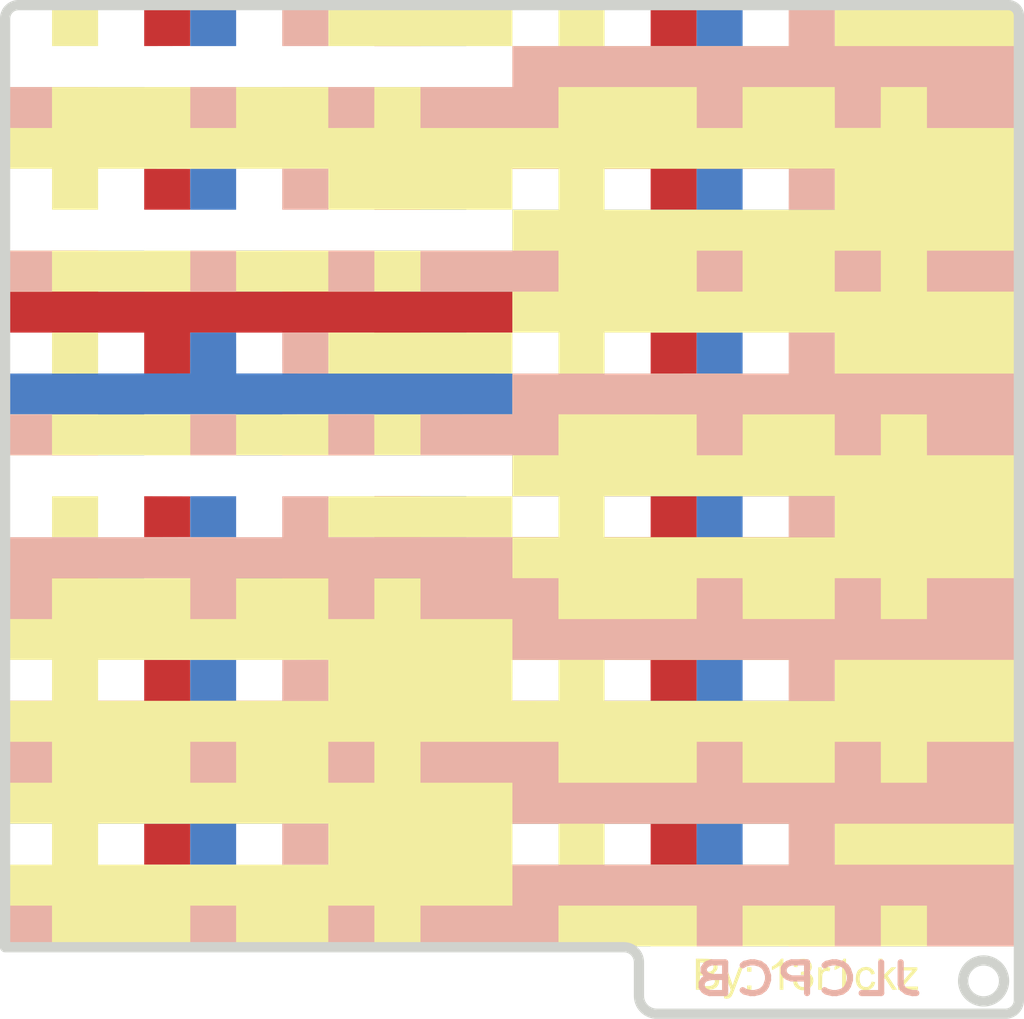
<source format=kicad_pcb>
(kicad_pcb (version 20211014) (generator pcbnew)
  (layers (0 "F.Cu" signal) (31 "B.Cu" signal) (36 "B.SilkS" user "B.Silkscreen") (37 "F.SilkS" user "F.Silkscreen") (38 "B.Mask" user) (39 "F.Mask" user) (44 "Edge.Cuts" user))
  (net 0 "")
  (footprint "Graphics" (layer "F.Cu") (at 75.085 60.591)
    (fp_text reference "" (at 0 0) (layer "F.SilkS") (effects (font (size 1.27 1.27))))
    (fp_text value "" (at 0 0) (layer "F.SilkS") (effects (font (size 1.27 1.27))))
  )
  (footprint "Graphics" (layer "F.Cu") (at 75.085 60.591)
    (fp_text reference "" (at 0 0) (layer "F.SilkS") (effects (font (size 1.27 1.27))))
    (fp_text value "" (at 0 0) (layer "F.SilkS") (effects (font (size 1.27 1.27))))
    (fp_poly (pts (xy 18.075 81.935) (xy 18.07 83.93) (xy 15.825 83.935) (xy 13.58 83.94) (xy 13.58 81.94) (xy 13.58 79.94) (xy 15.83 79.94) (xy 18.08 79.94)) (layer "F.Cu") (width 0) (fill solid))
    (fp_poly (pts (xy 99 25.98) (xy 99 27.98) (xy 85.51 27.98) (xy 72.02 27.98) (xy 72.02 25.98) (xy 72.02 23.98) (xy 85.51 23.98) (xy 99 23.98)) (layer "F.Cu") (width 0) (fill solid))
    (fp_poly (pts (xy 9.08 41.96) (xy 9.08 43.96) (xy 6.83 43.96) (xy 4.58 43.96) (xy 4.58 41.96) (xy 4.58 39.96) (xy 6.83 39.96) (xy 9.08 39.96)) (layer "F.Cu") (width 0) (fill solid))
    (fp_poly (pts (xy 49.54 10) (xy 49.54 12) (xy 51.79 12) (xy 54.04 12) (xy 54.04 10) (xy 54.04 8) (xy 56.29 8) (xy 58.54 8) (xy 58.54 10) (xy 58.54 12) (xy 65.28 12) (xy 72.02 12) (xy 72.02 10) (xy 72.02 8) (xy 85.51 8) (xy 99 8) (xy 99 11.99) (xy 99 15.98) (xy 94.51 15.98) (xy 90.02 15.98) (xy 90.02 17.98) (xy 90.02 19.98) (xy 87.77 19.98) (xy 85.52 19.98) (xy 85.52 17.98) (xy 85.52 15.98) (xy 76.53 15.98) (xy 67.54 15.98) (xy 67.54 17.98) (xy 67.54 19.98) (xy 65.29 19.98) (xy 63.04 19.98) (xy 63.04 17.98) (xy 63.04 15.98) (xy 56.29 15.98) (xy 49.54 15.98) (xy 49.54 13.99) (xy 49.54 12) (xy 47.295 12) (xy 46.942 12) (xy 46.44 12) (xy 45.802 12) (xy 45.038 11.999) (xy 44.161 11.999) (xy 43.182 11.999) (xy 42.112 11.998) (xy 40.964 11.998) (xy 39.749 11.997) (xy 38.478 11.997) (xy 37.163 11.996) (xy 35.815 11.996) (xy 34.447 11.995) (xy 33.81 11.995) (xy 22.57 11.99) (xy 22.565 9.995) (xy 22.56 8) (xy 36.05 8) (xy 49.54 8)) (layer "F.Cu") (width 0) (fill solid))
    (fp_poly (pts (xy 67.535 1.995) (xy 67.53 3.99) (xy 65.285 3.995) (xy 63.04 4) (xy 63.04 2) (xy 63.04 0) (xy 65.29 0) (xy 67.54 0)) (layer "F.Cu") (width 0) (fill solid))
    (fp_poly (pts (xy 9.08 57.96) (xy 9.08 59.96) (xy 6.83 59.96) (xy 4.58 59.96) (xy 4.58 57.96) (xy 4.58 55.96) (xy 6.83 55.96) (xy 9.08 55.96)) (layer "F.Cu") (width 0) (fill solid))
    (fp_poly (pts (xy 90.015 33.975) (xy 90.01 35.97) (xy 87.765 35.975) (xy 85.52 35.98) (xy 85.52 33.98) (xy 85.52 31.98) (xy 87.77 31.98) (xy 90.02 31.98)) (layer "F.Cu") (width 0) (fill solid))
    (fp_poly (pts (xy 9.075 9.995) (xy 9.07 11.99) (xy 6.838 11.995) (xy 6.259 11.996) (xy 5.734 11.996) (xy 5.285 11.995) (xy 4.932 11.993) (xy 4.695 11.99) (xy 4.595 11.987) (xy 4.593 11.987) (xy 4.59 11.907) (xy 4.586 11.688) (xy 4.584 11.353) (xy 4.582 10.923) (xy 4.58 10.419) (xy 4.58 9.987) (xy 4.58 8) (xy 6.83 8) (xy 9.08 8)) (layer "F.Cu") (width 0) (fill solid))
    (fp_poly (pts (xy 15.825 47.965) (xy 18.07 47.97) (xy 18.07 49.96) (xy 18.07 51.95) (xy 15.825 51.955) (xy 13.58 51.96) (xy 13.58 49.96) (xy 13.58 47.96)) (layer "F.Cu") (width 0) (fill solid))
    (fp_poly (pts (xy 18.075 1.995) (xy 18.07 3.99) (xy 15.825 3.995) (xy 13.58 4) (xy 13.58 2) (xy 13.58 0) (xy 15.83 0) (xy 18.08 0)) (layer "F.Cu") (width 0) (fill solid))
    (fp_poly (pts (xy 58.54 41.96) (xy 58.54 43.96) (xy 65.28 43.96) (xy 72.02 43.96) (xy 72.025 41.965) (xy 72.03 39.97) (xy 85.515 39.965) (xy 99 39.96) (xy 99 43.96) (xy 99 47.96) (xy 94.51 47.96) (xy 90.02 47.96) (xy 90.02 49.96) (xy 90.02 51.96) (xy 94.51 51.96) (xy 99 51.96) (xy 99 57.95) (xy 99 63.94) (xy 94.51 63.94) (xy 90.02 63.94) (xy 90.02 65.94) (xy 90.02 67.94) (xy 94.51 67.94) (xy 99 67.94) (xy 99 73.94) (xy 99 79.94) (xy 94.51 79.94) (xy 90.02 79.94) (xy 90.02 81.94) (xy 90.02 83.94) (xy 94.51 83.94) (xy 99 83.94) (xy 99 87.93) (xy 99 91.92) (xy 85.51 91.92) (xy 72.02 91.92) (xy 72.02 89.93) (xy 72.02 87.94) (xy 65.28 87.94) (xy 58.54 87.94) (xy 58.54 89.93) (xy 58.54 91.92) (xy 56.29 91.92) (xy 54.04 91.92) (xy 54.04 89.93) (xy 54.04 87.94) (xy 51.795 87.935) (xy 49.55 87.93) (xy 49.545 85.935) (xy 49.54 83.94) (xy 56.29 83.94) (xy 63.04 83.94) (xy 63.04 81.94) (xy 63.04 79.94) (xy 67.54 79.94) (xy 67.54 81.94) (xy 67.54 83.94) (xy 76.53 83.94) (xy 85.52 83.94) (xy 85.52 81.94) (xy 85.52 79.94) (xy 76.53 79.94) (xy 67.54 79.94) (xy 63.04 79.94) (xy 56.29 79.94) (xy 49.54 79.94) (xy 49.54 77.94) (xy 49.54 75.94) (xy 36.05 75.94) (xy 22.56 75.94) (xy 22.56 73.94) (xy 22.56 71.94) (xy 49.54 71.94) (xy 49.54 73.94) (xy 49.54 75.94) (xy 51.79 75.94) (xy 54.04 75.94) (xy 54.04 73.94) (xy 54.04 71.94) (xy 58.54 71.94) (xy 58.54 73.94) (xy 58.54 75.94) (xy 65.28 75.94) (xy 72.02 75.94) (xy 72.02 73.94) (xy 72.02 71.94) (xy 65.28 71.94) (xy 58.54 71.94) (xy 54.04 71.94) (xy 51.79 71.94) (xy 49.54 71.94) (xy 22.56 71.94) (xy 15.82 71.94) (xy 9.08 71.94) (xy 9.08 73.94) (xy 9.08 75.94) (xy 6.83 75.94) (xy 4.58 75.94) (xy 4.58 73.94) (xy 4.58 71.94) (xy 2.33 71.94) (xy 0.08 71.94) (xy 0.08 69.94) (xy 0.08 67.94) (xy 6.83 67.94) (xy 13.58 67.94) (xy 13.58 65.94) (xy 13.58 63.94) (xy 15.825 63.945) (xy 18.07 63.95) (xy 18.075 65.945) (xy 18.08 67.94) (xy 27.07 67.94) (xy 36.06 67.94) (xy 36.06 65.94) (xy 36.06 63.94) (xy 38.305 63.945) (xy 40.55 63.95) (xy 40.555 65.945) (xy 40.56 67.94) (xy 51.8 67.94) (xy 63.04 67.94) (xy 63.035 65.945) (xy 63.03 63.95) (xy 56.285 63.945) (xy 49.567 63.94) (xy 67.54 63.94) (xy 67.54 65.94) (xy 67.54 67.94) (xy 76.53 67.94) (xy 85.52 67.94) (xy 85.515 65.945) (xy 85.51 63.95) (xy 76.525 63.945) (xy 67.54 63.94) (xy 49.567 63.94) (xy 49.54 63.94) (xy 49.54 61.95) (xy 49.54 59.96) (xy 36.055 59.955) (xy 22.57 59.95) (xy 22.565 57.955) (xy 22.56 55.96) (xy 36.05 55.96) (xy 49.54 55.96) (xy 49.54 57.96) (xy 49.54 59.96) (xy 51.79 59.96) (xy 54.04 59.96) (xy 54.04 57.96) (xy 54.04 55.96) (xy 58.54 55.96) (xy 58.54 57.96) (xy 58.54 59.96) (xy 65.28 59.96) (xy 72.02 59.96) (xy 72.02 57.96) (xy 72.02 55.96) (xy 65.28 55.96) (xy 58.54 55.96) (xy 54.04 55.96) (xy 51.79 55.96) (xy 49.54 55.96) (xy 49.54 53.96) (xy 49.54 51.96) (xy 56.29 51.96) (xy 63.04 51.96) (xy 63.04 49.96) (xy 63.04 47.96) (xy 67.54 47.96) (xy 67.54 49.96) (xy 67.54 51.96) (xy 76.53 51.96) (xy 85.52 51.96) (xy 85.52 49.96) (xy 85.52 47.96) (xy 76.53 47.96) (xy 67.54 47.96) (xy 63.04 47.96) (xy 56.29 47.96) (xy 49.54 47.96) (xy 49.54 45.96) (xy 49.54 43.96) (xy 36.05 43.96) (xy 22.56 43.96) (xy 22.565 41.965) (xy 22.57 39.97) (xy 36.055 39.965) (xy 49.54 39.96) (xy 49.54 41.96) (xy 49.54 43.96) (xy 51.79 43.96) (xy 54.04 43.96) (xy 54.04 41.96) (xy 54.04 39.96) (xy 56.29 39.96) (xy 58.54 39.96)) (layer "F.Cu") (width 0) (fill solid))
    (fp_poly (pts (xy 90.02 2) (xy 90.02 4) (xy 87.77 4) (xy 85.52 4) (xy 85.52 2) (xy 85.52 0) (xy 87.77 0) (xy 90.02 0)) (layer "F.Cu") (width 0) (fill solid))
    (fp_poly (pts (xy 49.54 89.93) (xy 49.54 91.92) (xy 36.05 91.92) (xy 22.56 91.92) (xy 22.56 89.93) (xy 22.56 87.94) (xy 36.05 87.94) (xy 49.54 87.94)) (layer "F.Cu") (width 0) (fill solid))
    (fp_poly (pts (xy 58.54 25.98) (xy 58.54 27.98) (xy 56.29 27.98) (xy 54.04 27.98) (xy 54.04 25.98) (xy 54.04 23.98) (xy 56.29 23.98) (xy 58.54 23.98)) (layer "F.Cu") (width 0) (fill solid))
    (fp_poly (pts (xy 9.08 25.98) (xy 9.08 27.98) (xy 15.82 27.98) (xy 22.56 27.98) (xy 22.56 25.98) (xy 22.56 23.98) (xy 36.05 23.98) (xy 49.54 23.98) (xy 49.54 27.98) (xy 49.54 31.98) (xy 45.05 31.98) (xy 40.56 31.98) (xy 40.555 33.975) (xy 40.55 35.97) (xy 38.305 35.975) (xy 36.06 35.98) (xy 36.06 33.98) (xy 36.06 31.98) (xy 27.07 31.98) (xy 18.08 31.98) (xy 18.075 33.975) (xy 18.07 35.97) (xy 15.825 35.975) (xy 13.58 35.98) (xy 13.58 33.98) (xy 13.58 31.98) (xy 6.83 31.98) (xy 0.08 31.98) (xy 0.08 29.98) (xy 0.08 27.98) (xy 2.33 27.98) (xy 4.58 27.98) (xy 4.58 25.98) (xy 4.58 23.98) (xy 6.83 23.98) (xy 9.08 23.98)) (layer "F.Cu") (width 0) (fill solid))
    (fp_poly (pts (xy 40.56 2) (xy 40.56 4) (xy 38.31 4) (xy 36.06 4) (xy 36.06 2) (xy 36.06 0) (xy 38.31 0) (xy 40.56 0)) (layer "F.Cu") (width 0) (fill solid))
    (fp_poly (pts (xy 40.555 81.935) (xy 40.55 83.93) (xy 38.305 83.935) (xy 36.06 83.94) (xy 36.06 81.94) (xy 36.06 79.94) (xy 38.31 79.94) (xy 40.56 79.94)) (layer "F.Cu") (width 0) (fill solid))
    (fp_poly (pts (xy 38.305 15.985) (xy 40.55 15.99) (xy 40.555 17.985) (xy 40.56 19.98) (xy 38.31 19.98) (xy 36.06 19.98) (xy 36.06 17.98) (xy 36.06 15.98)) (layer "F.Cu") (width 0) (fill solid))
    (fp_poly (pts (xy 9.08 89.93) (xy 9.08 91.92) (xy 6.83 91.92) (xy 4.58 91.92) (xy 4.58 89.93) (xy 4.58 87.94) (xy 6.83 87.94) (xy 9.08 87.94)) (layer "F.Cu") (width 0) (fill solid))
    (fp_poly (pts (xy 15.825 15.985) (xy 18.07 15.99) (xy 18.075 17.985) (xy 18.08 19.98) (xy 15.83 19.98) (xy 13.58 19.98) (xy 13.58 17.98) (xy 13.58 15.98)) (layer "F.Cu") (width 0) (fill solid))
    (fp_poly (pts (xy 40.56 49.96) (xy 40.56 51.96) (xy 38.31 51.96) (xy 36.06 51.96) (xy 36.06 49.96) (xy 36.06 47.96) (xy 38.31 47.96) (xy 40.56 47.96)) (layer "F.Cu") (width 0) (fill solid))
    (fp_poly (pts (xy 67.535 33.975) (xy 67.53 35.97) (xy 65.285 35.975) (xy 63.04 35.98) (xy 63.04 33.98) (xy 63.04 31.98) (xy 65.29 31.98) (xy 67.54 31.98)) (layer "F.Cu") (width 0) (fill solid))
  )
  (footprint "Graphics" (layer "F.Cu") (at 75.085 60.591)
    (fp_text reference "" (at 0 0) (layer "F.SilkS") (effects (font (size 1.27 1.27))))
    (fp_text value "" (at 0 0) (layer "F.SilkS") (effects (font (size 1.27 1.27))))
  )
  (footprint "Graphics" (layer "F.Cu") (at 75.085 60.591)
    (fp_text reference "" (at 0 0) (layer "F.SilkS") (effects (font (size 1.27 1.27))))
    (fp_text value "" (at 0 0) (layer "F.SilkS") (effects (font (size 1.27 1.27))))
  )
  (footprint "Graphics" (layer "F.Cu") (at 75.085 60.591)
    (fp_text reference "" (at 0 0) (layer "F.SilkS") (effects (font (size 1.27 1.27))))
    (fp_text value "" (at 0 0) (layer "F.SilkS") (effects (font (size 1.27 1.27))))
  )
  (footprint "Graphics" (layer "B.Cu") (at 75.085 60.591)
    (fp_text reference "" (at 0 0) (layer "F.SilkS") (effects (font (size 1.27 1.27))))
    (fp_text value "" (at 0 0) (layer "F.SilkS") (effects (font (size 1.27 1.27))))
    (fp_poly (pts (xy 92.265 15.985) (xy 94.51 15.99) (xy 94.515 17.985) (xy 94.52 19.98) (xy 96.76 19.98) (xy 99 19.98) (xy 99 23.98) (xy 99 27.98) (xy 92.26 27.98) (xy 85.52 27.98) (xy 85.52 25.98) (xy 85.52 23.98) (xy 81.02 23.98) (xy 76.52 23.98) (xy 76.52 25.98) (xy 76.52 27.98) (xy 74.27 27.98) (xy 72.02 27.98) (xy 72.02 25.98) (xy 72.02 23.98) (xy 67.53 23.98) (xy 63.04 23.98) (xy 63.04 25.98) (xy 63.04 27.98) (xy 60.79 27.98) (xy 58.54 27.98) (xy 58.54 25.98) (xy 58.54 23.98) (xy 54.04 23.98) (xy 49.54 23.98) (xy 49.54 25.98) (xy 49.54 27.98) (xy 42.8 27.98) (xy 36.06 27.98) (xy 36.06 25.98) (xy 36.06 23.98) (xy 42.8 23.98) (xy 49.54 23.98) (xy 49.54 21.98) (xy 49.54 19.98) (xy 58.54 19.98) (xy 67.54 19.98) (xy 67.54 17.98) (xy 67.54 15.98) (xy 69.78 15.98) (xy 72.02 15.98) (xy 72.02 17.98) (xy 72.02 19.98) (xy 81.02 19.98) (xy 90.02 19.98) (xy 90.02 17.98) (xy 90.02 15.98)) (layer "B.Cu") (width 0) (fill solid))
    (fp_poly (pts (xy 45.04 49.96) (xy 45.04 51.96) (xy 42.8 51.96) (xy 40.56 51.96) (xy 40.56 49.96) (xy 40.56 47.96) (xy 42.8 47.96) (xy 45.04 47.96)) (layer "B.Cu") (width 0) (fill solid))
    (fp_poly (pts (xy 13.575 57.955) (xy 13.57 59.95) (xy 11.325 59.955) (xy 9.08 59.96) (xy 9.08 57.96) (xy 9.08 55.96) (xy 11.33 55.96) (xy 13.58 55.96)) (layer "B.Cu") (width 0) (fill solid))
    (fp_poly (pts (xy 27.06 89.93) (xy 27.06 91.92) (xy 24.81 91.92) (xy 22.56 91.92) (xy 22.56 89.93) (xy 22.56 87.94) (xy 24.81 87.94) (xy 27.06 87.94)) (layer "B.Cu") (width 0) (fill solid))
    (fp_poly (pts (xy 22.565 33.975) (xy 22.57 35.97) (xy 31.56 35.97) (xy 40.55 35.97) (xy 40.555 33.975) (xy 40.56 31.98) (xy 42.8 31.98) (xy 45.04 31.98) (xy 45.045 33.975) (xy 45.05 35.97) (xy 47.295 35.975) (xy 49.54 35.98) (xy 49.54 39.97) (xy 49.54 43.96) (xy 54.04 43.96) (xy 58.54 43.96) (xy 58.54 41.96) (xy 58.54 39.96) (xy 60.785 39.965) (xy 63.03 39.97) (xy 63.035 41.965) (xy 63.04 43.96) (xy 67.53 43.96) (xy 72.02 43.96) (xy 72.025 41.965) (xy 72.03 39.97) (xy 74.275 39.965) (xy 76.52 39.96) (xy 76.52 41.96) (xy 76.52 43.96) (xy 81.02 43.96) (xy 85.52 43.96) (xy 85.52 41.96) (xy 85.52 39.96) (xy 92.26 39.96) (xy 99 39.96) (xy 99 43.96) (xy 99 47.96) (xy 96.76 47.96) (xy 94.52 47.96) (xy 94.52 49.96) (xy 94.52 51.96) (xy 92.27 51.96) (xy 90.02 51.96) (xy 90.02 49.96) (xy 90.02 47.96) (xy 81.02 47.96) (xy 72.02 47.96) (xy 72.02 49.96) (xy 72.02 51.96) (xy 69.78 51.96) (xy 67.54 51.96) (xy 67.54 49.96) (xy 67.54 47.96) (xy 58.54 47.96) (xy 49.54 47.96) (xy 49.54 45.96) (xy 49.54 43.96) (xy 42.8 43.96) (xy 36.06 43.96) (xy 36.06 41.96) (xy 36.06 39.96) (xy 31.56 39.96) (xy 27.06 39.96) (xy 27.06 41.96) (xy 27.06 43.96) (xy 24.81 43.96) (xy 22.56 43.96) (xy 22.56 41.96) (xy 22.56 39.96) (xy 18.07 39.96) (xy 13.58 39.96) (xy 13.58 41.96) (xy 13.58 43.96) (xy 11.33 43.96) (xy 9.08 43.96) (xy 9.08 41.96) (xy 9.08 39.96) (xy 4.58 39.96) (xy 0.08 39.96) (xy 0.08 37.97) (xy 0.08 35.98) (xy 9.075 35.975) (xy 18.07 35.97) (xy 18.075 33.975) (xy 18.08 31.98) (xy 20.32 31.98) (xy 22.56 31.98)) (layer "B.Cu") (width 0) (fill solid))
    (fp_poly (pts (xy 13.58 89.93) (xy 13.58 91.92) (xy 11.33 91.92) (xy 9.08 91.92) (xy 9.08 89.93) (xy 9.08 87.94) (xy 11.33 87.94) (xy 13.58 87.94)) (layer "B.Cu") (width 0) (fill solid))
    (fp_poly (pts (xy 45.04 2) (xy 45.04 4) (xy 42.8 4) (xy 40.56 4) (xy 40.56 2) (xy 40.56 0) (xy 42.8 0) (xy 45.04 0)) (layer "B.Cu") (width 0) (fill solid))
    (fp_poly (pts (xy 99 10) (xy 99 12) (xy 92.26 12) (xy 85.52 12) (xy 85.52 10) (xy 85.52 8) (xy 92.26 8) (xy 99 8)) (layer "B.Cu") (width 0) (fill solid))
    (fp_poly (pts (xy 63.035 57.955) (xy 63.03 59.95) (xy 60.785 59.955) (xy 58.54 59.96) (xy 58.54 57.96) (xy 58.54 55.96) (xy 60.79 55.96) (xy 63.04 55.96)) (layer "B.Cu") (width 0) (fill solid))
    (fp_poly (pts (xy 49.54 57.96) (xy 49.54 59.96) (xy 42.8 59.96) (xy 36.06 59.96) (xy 36.06 57.96) (xy 36.06 55.96) (xy 42.8 55.96) (xy 49.54 55.96)) (layer "B.Cu") (width 0) (fill solid))
    (fp_poly (pts (xy 45.04 65.94) (xy 45.04 67.94) (xy 42.8 67.94) (xy 40.56 67.94) (xy 40.56 65.94) (xy 40.56 63.94) (xy 42.8 63.94) (xy 45.04 63.94)) (layer "B.Cu") (width 0) (fill solid))
    (fp_poly (pts (xy 27.06 10) (xy 27.06 12) (xy 24.823 12) (xy 24.243 12) (xy 23.718 11.998) (xy 23.268 11.996) (xy 22.914 11.994) (xy 22.676 11.991) (xy 22.575 11.987) (xy 22.573 11.987) (xy 22.57 11.906) (xy 22.566 11.688) (xy 22.564 11.353) (xy 22.562 10.923) (xy 22.56 10.419) (xy 22.56 9.987) (xy 22.56 8) (xy 24.81 8) (xy 27.06 8)) (layer "B.Cu") (width 0) (fill solid))
    (fp_poly (pts (xy 92.265 63.945) (xy 94.51 63.95) (xy 94.515 65.945) (xy 94.52 67.94) (xy 96.76 67.94) (xy 99 67.94) (xy 99 73.94) (xy 99 79.94) (xy 96.76 79.94) (xy 94.52 79.94) (xy 94.52 81.94) (xy 94.52 83.94) (xy 96.76 83.94) (xy 99 83.94) (xy 99 87.93) (xy 99 91.92) (xy 92.26 91.92) (xy 85.52 91.92) (xy 85.52 89.93) (xy 85.52 87.94) (xy 81.02 87.94) (xy 76.52 87.94) (xy 76.52 89.93) (xy 76.52 91.92) (xy 74.27 91.92) (xy 72.02 91.92) (xy 72.02 89.93) (xy 72.02 87.94) (xy 67.53 87.94) (xy 63.04 87.94) (xy 63.04 89.93) (xy 63.04 91.92) (xy 60.79 91.92) (xy 58.54 91.92) (xy 58.54 89.93) (xy 58.54 87.94) (xy 54.045 87.935) (xy 49.55 87.93) (xy 49.545 85.935) (xy 49.54 83.94) (xy 58.535 83.935) (xy 67.53 83.93) (xy 67.535 81.935) (xy 67.54 79.94) (xy 72.02 79.94) (xy 72.02 81.927) (xy 72.021 82.472) (xy 72.022 82.962) (xy 72.024 83.373) (xy 72.027 83.685) (xy 72.03 83.876) (xy 72.033 83.927) (xy 72.113 83.928) (xy 72.343 83.93) (xy 72.713 83.932) (xy 73.212 83.933) (xy 73.831 83.935) (xy 74.56 83.936) (xy 75.387 83.937) (xy 76.304 83.938) (xy 77.299 83.939) (xy 78.364 83.939) (xy 79.487 83.94) (xy 80.659 83.94) (xy 81.033 83.94) (xy 90.02 83.94) (xy 90.02 81.94) (xy 90.02 79.94) (xy 81.02 79.94) (xy 72.02 79.94) (xy 67.54 79.94) (xy 56.29 79.94) (xy 45.04 79.94) (xy 45.04 81.94) (xy 45.04 83.94) (xy 42.8 83.94) (xy 40.56 83.94) (xy 40.56 81.94) (xy 40.56 79.94) (xy 31.56 79.94) (xy 22.56 79.94) (xy 22.56 81.94) (xy 22.56 83.94) (xy 20.32 83.94) (xy 18.08 83.94) (xy 18.08 81.94) (xy 18.08 79.94) (xy 9.08 79.94) (xy 0.08 79.94) (xy 0.08 77.94) (xy 0.08 75.94) (xy 4.58 75.94) (xy 9.08 75.94) (xy 9.08 73.94) (xy 9.08 71.94) (xy 11.33 71.94) (xy 13.58 71.94) (xy 13.58 73.94) (xy 13.58 75.94) (xy 18.07 75.94) (xy 22.56 75.94) (xy 22.56 73.94) (xy 22.56 71.94) (xy 24.81 71.94) (xy 27.06 71.94) (xy 27.06 73.94) (xy 27.06 75.94) (xy 31.56 75.94) (xy 36.06 75.94) (xy 36.06 73.94) (xy 36.06 71.94) (xy 42.8 71.94) (xy 49.54 71.94) (xy 49.54 73.94) (xy 49.54 75.94) (xy 54.04 75.94) (xy 58.54 75.94) (xy 58.54 73.94) (xy 58.54 71.94) (xy 63.04 71.94) (xy 63.04 73.94) (xy 63.04 75.94) (xy 67.53 75.94) (xy 72.02 75.94) (xy 72.02 73.94) (xy 72.02 71.94) (xy 76.52 71.94) (xy 76.52 73.94) (xy 76.52 75.94) (xy 81.02 75.94) (xy 85.52 75.94) (xy 85.52 73.94) (xy 85.52 71.94) (xy 81.02 71.94) (xy 76.52 71.94) (xy 72.02 71.94) (xy 67.53 71.94) (xy 63.04 71.94) (xy 58.54 71.94) (xy 54.04 71.94) (xy 49.54 71.94) (xy 49.545 69.945) (xy 49.55 67.95) (xy 58.545 67.945) (xy 67.54 67.94) (xy 67.54 65.94) (xy 67.54 63.94) (xy 69.78 63.94) (xy 72.02 63.94) (xy 72.02 65.94) (xy 72.02 67.94) (xy 81.02 67.94) (xy 90.02 67.94) (xy 90.02 65.94) (xy 90.02 63.94)) (layer "B.Cu") (width 0) (fill solid))
    (fp_poly (pts (xy 22.56 17.98) (xy 22.56 19.98) (xy 20.32 19.98) (xy 18.08 19.98) (xy 18.08 17.98) (xy 18.08 15.98) (xy 20.32 15.98) (xy 22.56 15.98)) (layer "B.Cu") (width 0) (fill solid))
    (fp_poly (pts (xy 76.52 57.96) (xy 76.52 59.96) (xy 74.283 59.96) (xy 73.703 59.96) (xy 73.178 59.958) (xy 72.728 59.956) (xy 72.374 59.954) (xy 72.136 59.951) (xy 72.035 59.947) (xy 72.033 59.947) (xy 72.03 59.866) (xy 72.026 59.648) (xy 72.024 59.313) (xy 72.022 58.883) (xy 72.02 58.379) (xy 72.02 57.947) (xy 72.02 55.96) (xy 74.27 55.96) (xy 76.52 55.96)) (layer "B.Cu") (width 0) (fill solid))
    (fp_poly (pts (xy 94.515 1.995) (xy 94.51 3.99) (xy 92.265 3.995) (xy 90.02 4) (xy 90.02 2) (xy 90.02 0) (xy 92.27 0) (xy 94.52 0)) (layer "B.Cu") (width 0) (fill solid))
    (fp_poly (pts (xy 22.56 49.96) (xy 22.56 51.96) (xy 20.32 51.96) (xy 18.08 51.96) (xy 18.08 49.96) (xy 18.08 47.96) (xy 20.32 47.96) (xy 22.56 47.96)) (layer "B.Cu") (width 0) (fill solid))
    (fp_poly (pts (xy 22.56 65.94) (xy 22.56 67.94) (xy 20.32 67.94) (xy 18.08 67.94) (xy 18.08 65.94) (xy 18.08 63.94) (xy 20.32 63.94) (xy 22.56 63.94)) (layer "B.Cu") (width 0) (fill solid))
    (fp_poly (pts (xy 72.02 33.98) (xy 72.02 35.98) (xy 69.78 35.98) (xy 67.54 35.98) (xy 67.54 33.98) (xy 67.54 31.98) (xy 69.78 31.98) (xy 72.02 31.98)) (layer "B.Cu") (width 0) (fill solid))
    (fp_poly (pts (xy 49.54 10) (xy 49.54 12) (xy 42.8 12) (xy 36.06 12) (xy 36.06 10) (xy 36.06 8) (xy 42.8 8) (xy 49.54 8)) (layer "B.Cu") (width 0) (fill solid))
    (fp_poly (pts (xy 63.035 9.995) (xy 63.03 11.99) (xy 60.785 11.995) (xy 58.54 12) (xy 58.54 10) (xy 58.54 8) (xy 60.79 8) (xy 63.04 8)) (layer "B.Cu") (width 0) (fill solid))
    (fp_poly (pts (xy 13.58 25.98) (xy 13.58 27.98) (xy 11.33 27.98) (xy 9.08 27.98) (xy 9.08 25.98) (xy 9.08 23.98) (xy 11.33 23.98) (xy 13.58 23.98)) (layer "B.Cu") (width 0) (fill solid))
    (fp_poly (pts (xy 99 57.96) (xy 99 59.96) (xy 92.26 59.96) (xy 85.52 59.96) (xy 85.52 57.96) (xy 85.52 55.96) (xy 92.26 55.96) (xy 99 55.96)) (layer "B.Cu") (width 0) (fill solid))
    (fp_poly (pts (xy 72.02 2) (xy 72.02 4) (xy 69.78 4) (xy 67.54 4) (xy 67.54 2) (xy 67.54 0) (xy 69.78 0) (xy 72.02 0)) (layer "B.Cu") (width 0) (fill solid))
    (fp_poly (pts (xy 49.54 89.93) (xy 49.54 91.92) (xy 42.8 91.92) (xy 36.06 91.92) (xy 36.06 89.93) (xy 36.06 87.94) (xy 42.8 87.94) (xy 49.54 87.94)) (layer "B.Cu") (width 0) (fill solid))
    (fp_poly (pts (xy 94.515 33.975) (xy 94.51 35.97) (xy 92.265 35.975) (xy 90.02 35.98) (xy 90.02 33.98) (xy 90.02 31.98) (xy 92.27 31.98) (xy 94.52 31.98)) (layer "B.Cu") (width 0) (fill solid))
    (fp_poly (pts (xy 27.06 57.96) (xy 27.06 59.96) (xy 24.823 59.96) (xy 24.243 59.96) (xy 23.718 59.958) (xy 23.268 59.956) (xy 22.914 59.954) (xy 22.676 59.951) (xy 22.575 59.947) (xy 22.573 59.947) (xy 22.57 59.866) (xy 22.566 59.648) (xy 22.564 59.313) (xy 22.562 58.883) (xy 22.56 58.379) (xy 22.56 57.947) (xy 22.56 55.96) (xy 24.81 55.96) (xy 27.06 55.96)) (layer "B.Cu") (width 0) (fill solid))
    (fp_poly (pts (xy 13.575 9.995) (xy 13.57 11.99) (xy 11.325 11.995) (xy 9.08 12) (xy 9.08 10) (xy 9.08 8) (xy 11.33 8) (xy 13.58 8)) (layer "B.Cu") (width 0) (fill solid))
    (fp_poly (pts (xy 45.04 17.98) (xy 45.04 19.98) (xy 42.8 19.98) (xy 40.56 19.98) (xy 40.56 17.98) (xy 40.56 15.98) (xy 42.8 15.98) (xy 45.04 15.98)) (layer "B.Cu") (width 0) (fill solid))
    (fp_poly (pts (xy 27.06 25.98) (xy 27.06 27.98) (xy 24.81 27.98) (xy 22.56 27.98) (xy 22.56 25.98) (xy 22.56 23.98) (xy 24.81 23.98) (xy 27.06 23.98)) (layer "B.Cu") (width 0) (fill solid))
    (fp_poly (pts (xy 22.56 2) (xy 22.56 4) (xy 20.32 4) (xy 18.08 4) (xy 18.08 2) (xy 18.08 0) (xy 20.32 0) (xy 22.56 0)) (layer "B.Cu") (width 0) (fill solid))
    (fp_poly (pts (xy 76.52 10) (xy 76.52 12) (xy 74.283 12) (xy 73.703 12) (xy 73.178 11.998) (xy 72.728 11.996) (xy 72.374 11.994) (xy 72.136 11.991) (xy 72.035 11.987) (xy 72.033 11.987) (xy 72.03 11.906) (xy 72.026 11.688) (xy 72.024 11.353) (xy 72.022 10.923) (xy 72.02 10.419) (xy 72.02 9.987) (xy 72.02 8) (xy 74.27 8) (xy 76.52 8)) (layer "B.Cu") (width 0) (fill solid))
  )
  (gr_poly (pts (xy 170.639 153.883) (xy 170.442 153.893) (xy 170.25 153.921) (xy 170.065 153.967) (xy 169.887 154.03) (xy 169.717 154.108) (xy 169.556 154.202) (xy 169.405 154.309) (xy 169.265 154.43) (xy 169.137 154.563) (xy 169.021 154.707) (xy 168.919 154.862) (xy 168.831 155.027) (xy 168.759 155.2) (xy 168.702 155.381) (xy 168.663 155.568) (xy 168.642 155.762) (xy 168.639 155.883) (xy 168.648 156.08) (xy 168.676 156.272) (xy 168.722 156.457) (xy 168.785 156.635) (xy 168.863 156.805) (xy 168.957 156.966) (xy 169.064 157.117) (xy 169.185 157.257) (xy 169.318 157.385) (xy 169.463 157.501) (xy 169.617 157.603) (xy 169.782 157.691) (xy 169.955 157.763) (xy 170.136 157.819) (xy 170.324 157.859) (xy 170.517 157.88) (xy 170.639 157.883) (xy 170.835 157.874) (xy 171.027 157.846) (xy 171.212 157.8) (xy 171.39 157.737) (xy 171.56 157.659) (xy 171.721 157.565) (xy 171.872 157.457) (xy 172.012 157.337) (xy 172.14 157.204) (xy 172.256 157.059) (xy 172.358 156.904) (xy 172.446 156.74) (xy 172.518 156.567) (xy 172.575 156.386) (xy 172.614 156.198) (xy 172.635 156.005) (xy 172.639 155.883) (xy 172.629 155.686) (xy 172.601 155.495) (xy 172.555 155.31) (xy 172.492 155.132) (xy 172.414 154.962) (xy 172.32 154.801) (xy 172.213 154.65) (xy 172.092 154.51) (xy 171.959 154.382) (xy 171.814 154.266) (xy 171.66 154.164) (xy 171.495 154.076) (xy 171.322 154.003) (xy 171.141 153.947) (xy 170.953 153.908) (xy 170.76 153.887) (xy 170.639 153.883)) (layer "Edge.Cuts") (width 1) (fill none))
  (gr_poly (pts (xy 75.085 152.591) (xy 75.085 61.895) (xy 75.095 61.736) (xy 75.122 61.583) (xy 75.168 61.437) (xy 75.229 61.299) (xy 75.305 61.169) (xy 75.395 61.05) (xy 75.499 60.942) (xy 75.613 60.847) (xy 75.739 60.764) (xy 75.873 60.697) (xy 76.016 60.645) (xy 76.167 60.61) (xy 76.323 60.593) (xy 76.389 60.591) (xy 173.062 60.591) (xy 173.202 60.601) (xy 173.336 60.628) (xy 173.464 60.673) (xy 173.583 60.733) (xy 173.692 60.808) (xy 173.791 60.896) (xy 173.877 60.996) (xy 173.951 61.107) (xy 174.009 61.227) (xy 174.052 61.355) (xy 174.078 61.491) (xy 174.085 61.614) (xy 174.085 157.769) (xy 174.075 157.928) (xy 174.048 158.082) (xy 174.002 158.23) (xy 173.941 158.369) (xy 173.865 158.499) (xy 173.774 158.62) (xy 173.671 158.729) (xy 173.556 158.826) (xy 173.431 158.909) (xy 173.296 158.978) (xy 173.152 159.032) (xy 173.001 159.068) (xy 172.844 159.087) (xy 172.764 159.09) (xy 138.73 159.09) (xy 138.545 159.08) (xy 138.363 159.051) (xy 138.186 159.003) (xy 138.015 158.937) (xy 137.853 158.853) (xy 137.699 158.753) (xy 137.555 158.636) (xy 137.495 158.578) (xy 137.37 158.44) (xy 137.262 158.29) (xy 137.171 158.131) (xy 137.097 157.964) (xy 137.041 157.79) (xy 137.003 157.61) (xy 136.985 157.426) (xy 136.983 157.342) (xy 136.983 157.014) (xy 136.983 156.674) (xy 136.983 156.324) (xy 136.983 155.97) (xy 136.983 155.614) (xy 136.983 155.26) (xy 136.983 154.913) (xy 136.983 154.575) (xy 136.983 154.252) (xy 136.983 154.06) (xy 136.973 153.892) (xy 136.945 153.729) (xy 136.9 153.573) (xy 136.838 153.424) (xy 136.761 153.284) (xy 136.67 153.154) (xy 136.565 153.035) (xy 136.449 152.927) (xy 136.321 152.833) (xy 136.184 152.752) (xy 136.037 152.687) (xy 135.882 152.638) (xy 135.721 152.606) (xy 135.554 152.592) (xy 135.513 152.591) (xy 135.278 152.591) (xy 135.026 152.591) (xy 134.759 152.591) (xy 134.477 152.591) (xy 134.179 152.591) (xy 133.866 152.591) (xy 133.539 152.591) (xy 133.198 152.591) (xy 132.842 152.591) (xy 132.473 152.591) (xy 132.091 152.591) (xy 131.695 152.591) (xy 131.287 152.591) (xy 130.866 152.591) (xy 130.433 152.591) (xy 129.988 152.591) (xy 129.531 152.591) (xy 129.063 152.591) (xy 128.584 152.591) (xy 128.094 152.591) (xy 127.594 152.591) (xy 127.084 152.591) (xy 126.563 152.591) (xy 126.033 152.591) (xy 125.494 152.591) (xy 124.946 152.591) (xy 124.389 152.591) (xy 123.824 152.591) (xy 123.251 152.591) (xy 122.669 152.591) (xy 122.081 152.591) (xy 121.485 152.591) (xy 120.882 152.591) (xy 120.272 152.591) (xy 119.657 152.591) (xy 119.035 152.591) (xy 118.407 152.591) (xy 117.774 152.591) (xy 117.136 152.591) (xy 116.492 152.591) (xy 115.845 152.591) (xy 115.193 152.591) (xy 114.537 152.591) (xy 113.877 152.591) (xy 113.214 152.591) (xy 112.547 152.591) (xy 111.878 152.591) (xy 111.207 152.591) (xy 110.533 152.591) (xy 109.857 152.591) (xy 109.179 152.591) (xy 108.501 152.591) (xy 107.821 152.591) (xy 107.14 152.591) (xy 106.459 152.591) (xy 105.777 152.591) (xy 105.096 152.591) (xy 104.415 152.591) (xy 103.735 152.591) (xy 103.056 152.591) (xy 102.378 152.591) (xy 101.702 152.591) (xy 101.028 152.591) (xy 100.355 152.591) (xy 99.686 152.591) (xy 99.019 152.591) (xy 98.355 152.591) (xy 97.694 152.591) (xy 97.037 152.591) (xy 96.384 152.591) (xy 95.735 152.591) (xy 95.091 152.591) (xy 94.451 152.591) (xy 93.817 152.591) (xy 93.188 152.591) (xy 92.564 152.591) (xy 91.947 152.591) (xy 91.336 152.591) (xy 90.731 152.591) (xy 90.134 152.591) (xy 89.543 152.591) (xy 88.96 152.591) (xy 88.385 152.591) (xy 87.818 152.591) (xy 87.259 152.591) (xy 86.708 152.591) (xy 86.167 152.591) (xy 85.635 152.591) (xy 85.112 152.591) (xy 84.599 152.591) (xy 84.096 152.591) (xy 83.604 152.591) (xy 83.122 152.591) (xy 82.651 152.591) (xy 82.192 152.591) (xy 81.744 152.591) (xy 81.308 152.591) (xy 80.884 152.591) (xy 80.472 152.591) (xy 80.074 152.591) (xy 79.688 152.591) (xy 79.315 152.591) (xy 78.956 152.591) (xy 78.612 152.591) (xy 78.281 152.591) (xy 77.965 152.591) (xy 77.663 152.591) (xy 77.377 152.591) (xy 77.106 152.591) (xy 76.851 152.591) (xy 76.611 152.591) (xy 76.388 152.591) (xy 76.182 152.591) (xy 75.992 152.591) (xy 75.819 152.591) (xy 75.664 152.591) (xy 75.527 152.591) (xy 75.407 152.591) (xy 75.306 152.591) (xy 75.224 152.591) (xy 75.16 152.591) (xy 75.116 152.591) (xy 75.091 152.591) (xy 75.085 152.591)) (layer "Edge.Cuts") (width 1) (fill none))
  (gr_text "JLCPCB" (at 153.4948 155.714) (layer "B.SilkS") (effects (font (size 3 4) (thickness 0.6)) (justify mirror)))
)
</source>
